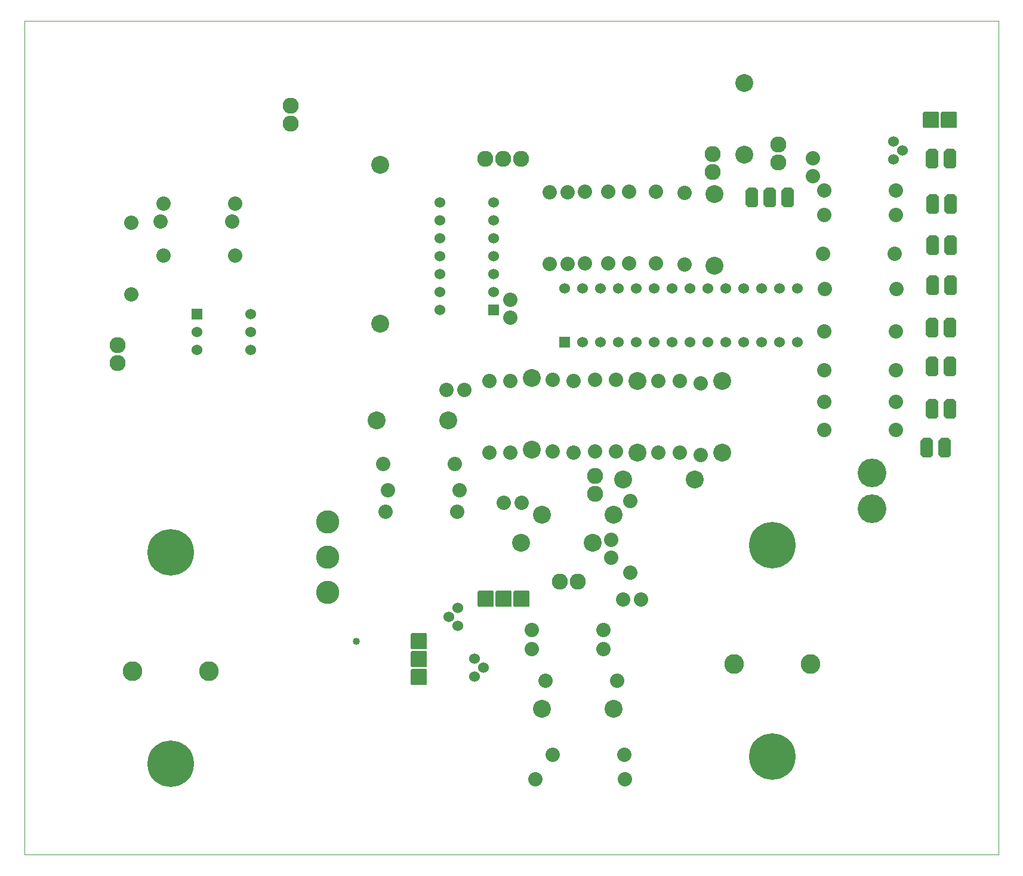
<source format=gbr>
G04 PROTEUS GERBER X2 FILE*
%TF.GenerationSoftware,Labcenter,Proteus,8.15-SP1-Build34318*%
%TF.CreationDate,2023-09-22T14:49:31+00:00*%
%TF.FileFunction,Soldermask,Bot*%
%TF.FilePolarity,Negative*%
%TF.Part,Single*%
%TF.SameCoordinates,{cc55e535-ffdd-4919-8125-6210c26246c2}*%
%FSLAX45Y45*%
%MOMM*%
G01*
%TA.AperFunction,Material*%
%ADD25C,1.016000*%
%TA.AperFunction,Material*%
%ADD26C,2.286000*%
%AMPPAD019*
4,1,36,
-0.762000,-0.635000,
-0.762000,0.635000,
-0.759470,0.660970,
-0.752200,0.684980,
-0.740650,0.706580,
-0.725290,0.725290,
-0.706570,0.740650,
-0.684980,0.752200,
-0.660970,0.759470,
-0.635000,0.762000,
0.635000,0.762000,
0.660970,0.759470,
0.684980,0.752200,
0.706570,0.740650,
0.725290,0.725290,
0.740650,0.706580,
0.752200,0.684980,
0.759470,0.660970,
0.762000,0.635000,
0.762000,-0.635000,
0.759470,-0.660970,
0.752200,-0.684980,
0.740650,-0.706580,
0.725290,-0.725290,
0.706570,-0.740650,
0.684980,-0.752200,
0.660970,-0.759470,
0.635000,-0.762000,
-0.635000,-0.762000,
-0.660970,-0.759470,
-0.684980,-0.752200,
-0.706570,-0.740650,
-0.725290,-0.725290,
-0.740650,-0.706580,
-0.752200,-0.684980,
-0.759470,-0.660970,
-0.762000,-0.635000,
0*%
%TA.AperFunction,Material*%
%ADD27PPAD019*%
%ADD28C,1.524000*%
%AMPPAD021*
4,1,8,
-0.509800,1.397000,
0.509800,1.397000,
0.889000,1.017800,
0.889000,-1.017800,
0.509800,-1.397000,
-0.509800,-1.397000,
-0.889000,-1.017800,
-0.889000,1.017800,
-0.509800,1.397000,
0*%
%TA.AperFunction,Material*%
%ADD29PPAD021*%
%ADD72C,2.032000*%
%ADD73C,2.540000*%
%AMPPAD024*
4,1,36,
-1.016000,1.143000,
1.016000,1.143000,
1.041970,1.140470,
1.065980,1.133200,
1.087580,1.121650,
1.106290,1.106290,
1.121650,1.087570,
1.133200,1.065980,
1.140470,1.041970,
1.143000,1.016000,
1.143000,-1.016000,
1.140470,-1.041970,
1.133200,-1.065980,
1.121650,-1.087570,
1.106290,-1.106290,
1.087580,-1.121650,
1.065980,-1.133200,
1.041970,-1.140470,
1.016000,-1.143000,
-1.016000,-1.143000,
-1.041970,-1.140470,
-1.065980,-1.133200,
-1.087580,-1.121650,
-1.106290,-1.106290,
-1.121650,-1.087570,
-1.133200,-1.065980,
-1.140470,-1.041970,
-1.143000,-1.016000,
-1.143000,1.016000,
-1.140470,1.041970,
-1.133200,1.065980,
-1.121650,1.087570,
-1.106290,1.106290,
-1.087580,1.121650,
-1.065980,1.133200,
-1.041970,1.140470,
-1.016000,1.143000,
0*%
%TA.AperFunction,Material*%
%ADD30PPAD024*%
%TA.AperFunction,Material*%
%ADD31C,2.794000*%
%ADD32C,6.604000*%
%TA.AperFunction,Material*%
%ADD33C,3.302000*%
%AMPPAD028*
4,1,36,
-1.143000,-1.016000,
-1.143000,1.016000,
-1.140470,1.041970,
-1.133200,1.065980,
-1.121650,1.087580,
-1.106290,1.106290,
-1.087570,1.121650,
-1.065980,1.133200,
-1.041970,1.140470,
-1.016000,1.143000,
1.016000,1.143000,
1.041970,1.140470,
1.065980,1.133200,
1.087570,1.121650,
1.106290,1.106290,
1.121650,1.087580,
1.133200,1.065980,
1.140470,1.041970,
1.143000,1.016000,
1.143000,-1.016000,
1.140470,-1.041970,
1.133200,-1.065980,
1.121650,-1.087580,
1.106290,-1.106290,
1.087570,-1.121650,
1.065980,-1.133200,
1.041970,-1.140470,
1.016000,-1.143000,
-1.016000,-1.143000,
-1.041970,-1.140470,
-1.065980,-1.133200,
-1.087570,-1.121650,
-1.106290,-1.106290,
-1.121650,-1.087580,
-1.133200,-1.065980,
-1.140470,-1.041970,
-1.143000,-1.016000,
0*%
%ADD34PPAD028*%
%TA.AperFunction,Material*%
%ADD35C,4.064000*%
%TA.AperFunction,Profile*%
%ADD22C,0.101600*%
%TD.AperFunction*%
D25*
X-3586211Y-3496276D03*
D26*
X-200000Y-1404000D03*
X-200000Y-1150000D03*
D27*
X-632000Y+748000D03*
D28*
X-378000Y+748000D03*
X-124000Y+748000D03*
X+130000Y+748000D03*
X+384000Y+748000D03*
X+638000Y+748000D03*
X+892000Y+748000D03*
X+1146000Y+748000D03*
X+1400000Y+748000D03*
X+1654000Y+748000D03*
X+1908000Y+748000D03*
X+2162000Y+748000D03*
X+2416000Y+748000D03*
X+2670000Y+748000D03*
X+2670000Y+1510000D03*
X+2416000Y+1510000D03*
X+2162000Y+1510000D03*
X+1908000Y+1510000D03*
X+1654000Y+1510000D03*
X+1400000Y+1510000D03*
X+1146000Y+1510000D03*
X+892000Y+1510000D03*
X+638000Y+1510000D03*
X+384000Y+1510000D03*
X+130000Y+1510000D03*
X-124000Y+1510000D03*
X-378000Y+1510000D03*
X-630000Y+1510000D03*
D29*
X+4510000Y-750000D03*
X+4764000Y-750000D03*
X+4586000Y+950000D03*
X+4840000Y+950000D03*
X+4586000Y+400000D03*
X+4840000Y+400000D03*
X+4586000Y-200000D03*
X+4840000Y-200000D03*
X+4590000Y+1550000D03*
X+4844000Y+1550000D03*
X+4590000Y+2120000D03*
X+4844000Y+2120000D03*
X+4590000Y+2700000D03*
X+4844000Y+2700000D03*
X+4584000Y+3350000D03*
X+4838000Y+3350000D03*
D72*
X+3054000Y-500000D03*
X+4070000Y-500000D03*
X+3054000Y-100000D03*
X+4070000Y-100000D03*
X+3054000Y+350000D03*
X+4070000Y+350000D03*
X+4074000Y+1500000D03*
X+3058000Y+1500000D03*
X+3038000Y+2000000D03*
X+4054000Y+2000000D03*
X+3054000Y+2550000D03*
X+4070000Y+2550000D03*
X+3054000Y+2900000D03*
X+4070000Y+2900000D03*
X+3054000Y+900000D03*
X+4070000Y+900000D03*
X+1300000Y-850000D03*
X+1300000Y+166000D03*
X-800000Y-800000D03*
X-800000Y+216000D03*
X-200000Y-800000D03*
X-200000Y+216000D03*
X+100000Y-800000D03*
X+100000Y+216000D03*
X+280000Y+2884701D03*
X+280000Y+1868701D03*
X+700000Y-816000D03*
X+700000Y+200000D03*
X-1400000Y-816000D03*
X-1400000Y+200000D03*
X+660000Y+2886000D03*
X+660000Y+1870000D03*
D73*
X+1600000Y-816000D03*
X+1600000Y+200000D03*
X-1100000Y-776000D03*
X-1100000Y+240000D03*
D72*
X-500000Y+200000D03*
X-500000Y-816000D03*
D73*
X+400000Y-816000D03*
X+400000Y+200000D03*
D72*
X-10000Y+1870000D03*
X-10000Y+2886000D03*
X+1000000Y+200000D03*
X+1000000Y-816000D03*
X-1700000Y+200000D03*
X-1700000Y-816000D03*
X+1070000Y+1850000D03*
X+1070000Y+2866000D03*
D73*
X+66000Y-1700000D03*
X-950000Y-1700000D03*
X-1250000Y-2100000D03*
X-234000Y-2100000D03*
D72*
X-84000Y-3330000D03*
X-1100000Y-3330000D03*
X-84000Y-3600000D03*
X-1100000Y-3600000D03*
D26*
X-700000Y-2650000D03*
X-446000Y-2650000D03*
D72*
X+300000Y-1500000D03*
X+300000Y-2516000D03*
X-1240000Y-1530000D03*
X-1494000Y-1530000D03*
D73*
X+1216000Y-1200000D03*
X+200000Y-1200000D03*
D72*
X+196000Y-2900000D03*
X+450000Y-2900000D03*
X+32699Y-2050000D03*
X+32699Y-2304000D03*
D27*
X-1638000Y+1202000D03*
D28*
X-1638000Y+1456000D03*
X-1638000Y+1710000D03*
X-1638000Y+1964000D03*
X-1638000Y+2218000D03*
X-1638000Y+2472000D03*
X-1638000Y+2726000D03*
X-2400000Y+2726000D03*
X-2400000Y+2472000D03*
X-2400000Y+2218000D03*
X-2400000Y+1964000D03*
X-2400000Y+1710000D03*
X-2400000Y+1456000D03*
X-2400000Y+1202000D03*
D73*
X+1492000Y+1828000D03*
X+1492000Y+2844000D03*
X+1920000Y+4420000D03*
X+1920000Y+3404000D03*
D26*
X+1470000Y+3414000D03*
X+1470000Y+3160000D03*
D29*
X+2026000Y+2800000D03*
X+2280000Y+2800000D03*
X+2534000Y+2800000D03*
D72*
X+2894000Y+3354000D03*
X+2894000Y+3100000D03*
D26*
X+2400000Y+3300000D03*
X+2400000Y+3554000D03*
D72*
X-3136000Y-1350000D03*
X-2120000Y-1350000D03*
D28*
X-2150000Y-3023000D03*
X-2277000Y-3150000D03*
X-2150000Y-3277000D03*
D72*
X-2158701Y-1660000D03*
X-3174701Y-1660000D03*
D30*
X-1750000Y-2890000D03*
X-1496000Y-2890000D03*
X-1242000Y-2890000D03*
D72*
X-2190000Y-980000D03*
X-3206000Y-980000D03*
D31*
X+2860788Y-3813668D03*
X+1773668Y-3813668D03*
D32*
X+2317228Y-5126848D03*
X+2317228Y-2129648D03*
D72*
X+116000Y-4050000D03*
X-900000Y-4050000D03*
D73*
X+66000Y-4450000D03*
X-950000Y-4450000D03*
D33*
X-3990000Y-2800000D03*
X-3990000Y-2299620D03*
X-3990000Y-1799240D03*
D28*
X-1910000Y-3994000D03*
X-1783000Y-3867000D03*
X-1910000Y-3740000D03*
D72*
X-800000Y-5100000D03*
X+216000Y-5100000D03*
D34*
X-2700000Y-4004000D03*
X-2700000Y-3750000D03*
X-2700000Y-3496000D03*
D72*
X-1050000Y-5450000D03*
X+220000Y-5450000D03*
D73*
X-2280000Y-360000D03*
X-3296000Y-360000D03*
D72*
X-1400000Y+1350000D03*
X-1400000Y+1096000D03*
X-591600Y+2877600D03*
X-591600Y+1861600D03*
D26*
X-1754000Y+3350000D03*
X-1500000Y+3350000D03*
X-1246000Y+3350000D03*
D73*
X-3250000Y+1010000D03*
X-3250000Y+3260000D03*
D26*
X-4520000Y+3844000D03*
X-4520000Y+4098000D03*
D72*
X-2304000Y+70000D03*
X-2050000Y+70000D03*
X-840000Y+2876000D03*
X-840000Y+1860000D03*
D30*
X+4564000Y+3900000D03*
X+4818000Y+3900000D03*
D28*
X+4037000Y+3343000D03*
X+4164000Y+3470000D03*
X+4037000Y+3597000D03*
D72*
X-340000Y+1870000D03*
X-340000Y+2886000D03*
D35*
X+3730000Y-1618000D03*
X+3730000Y-1110000D03*
D26*
X-6975000Y+455000D03*
X-6975000Y+709000D03*
D72*
X-6325000Y+2715000D03*
X-5309000Y+2715000D03*
X-5309000Y+1975000D03*
X-6325000Y+1975000D03*
X-5345000Y+2455000D03*
X-6361000Y+2455000D03*
X-6775000Y+2445000D03*
X-6775000Y+1429000D03*
D27*
X-5847000Y+1143000D03*
D28*
X-5847000Y+889000D03*
X-5847000Y+635000D03*
X-5085000Y+635000D03*
X-5085000Y+889000D03*
X-5085000Y+1143000D03*
D31*
X-5674116Y-3916148D03*
X-6761236Y-3916148D03*
D32*
X-6217676Y-5229328D03*
X-6217676Y-2232128D03*
D22*
X-8290000Y-6520000D02*
X+5520000Y-6520000D01*
X+5520000Y+5300000D01*
X-8290000Y+5300000D01*
X-8290000Y-6520000D01*
M02*

</source>
